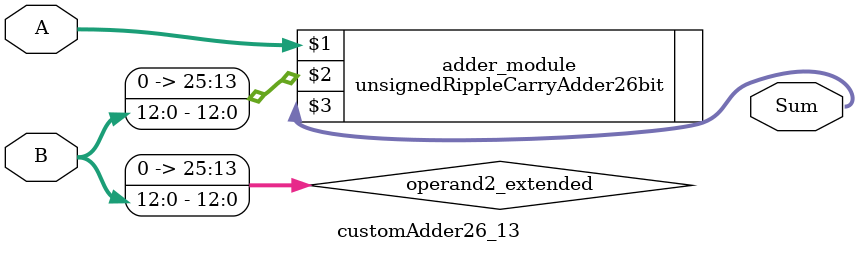
<source format=v>

module customAdder26_13(
                    input [25 : 0] A,
                    input [12 : 0] B,
                    
                    output [26 : 0] Sum
            );

    wire [25 : 0] operand2_extended;
    
    assign operand2_extended =  {13'b0, B};
    
    unsignedRippleCarryAdder26bit adder_module(
        A,
        operand2_extended,
        Sum
    );
    
endmodule
        
</source>
